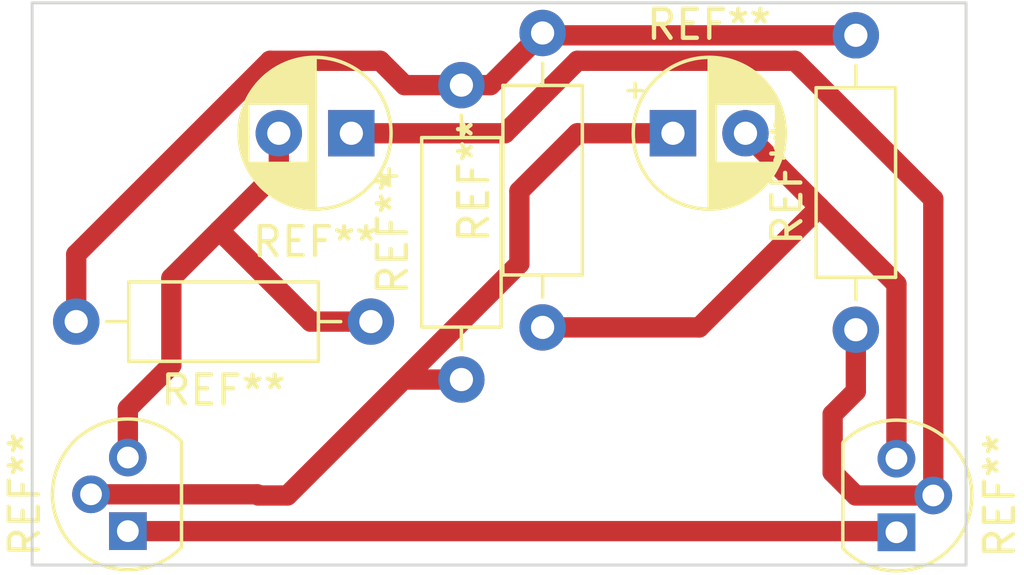
<source format=kicad_pcb>
(kicad_pcb (version 20211014) (generator pcbnew)
  (layers (0 "F.Cu" signal) (31 "B.Cu" signal) (34 "B.Paste" user) (35 "F.Paste" user) (36 "B.SilkS" user "B.Silkscreen") (37 "F.SilkS" user "F.Silkscreen") (38 "B.Mask" user) (39 "F.Mask" user) (44 "Edge.Cuts" user))
  (net 0 "")
  (footprint "Resistor_THT:R_Axial_DIN0207_L6.3mm_D2.5mm_P10.16mm_Horizontal" (layer "F.Cu") (at 144.88 78 180)
    (fp_text reference "REF**" (at 5.08 -2.37) (layer "F.SilkS"))
    (fp_text value "R_Axial_DIN0207_L6.3mm_D2.5mm_P10.16mm_Horizontal" hide)
    (fp_line (start 9.12 0) (end 8.35 0) (layer "F.SilkS") (width 0.12))
    (fp_line (start 1.04 0) (end 1.81 0) (layer "F.SilkS") (width 0.12))
    (fp_line (start 1.81 1.37) (end 8.35 1.37) (layer "F.SilkS") (width 0.12))
    (fp_line (start 1.81 -1.37) (end 1.81 1.37) (layer "F.SilkS") (width 0.12))
    (fp_line (start 8.35 -1.37) (end 1.81 -1.37) (layer "F.SilkS") (width 0.12))
    (fp_line (start 8.35 1.37) (end 8.35 -1.37) (layer "F.SilkS") (width 0.12))
    (pad "1" thru_hole circle (at 0 0 180) (size 1.6 1.6) (drill 0.8) (layers *.Cu *.Mask))
    (pad "2" thru_hole oval (at 10.16 0 180) (size 1.6 1.6) (drill 0.8) (layers *.Cu *.Mask))
  )
  (footprint "Resistor_THT:R_Axial_DIN0207_L6.3mm_D2.5mm_P10.16mm_Horizontal" (layer "F.Cu") (at 161.6 78.28 90)
    (fp_text reference "REF**" (at 5.08 -2.37 90) (layer "F.SilkS"))
    (fp_text value "R_Axial_DIN0207_L6.3mm_D2.5mm_P10.16mm_Horizontal" hide)
    (fp_line (start 9.12 0) (end 8.35 0) (layer "F.SilkS") (width 0.12))
    (fp_line (start 1.04 0) (end 1.81 0) (layer "F.SilkS") (width 0.12))
    (fp_line (start 1.81 1.37) (end 8.35 1.37) (layer "F.SilkS") (width 0.12))
    (fp_line (start 1.81 -1.37) (end 1.81 1.37) (layer "F.SilkS") (width 0.12))
    (fp_line (start 8.35 -1.37) (end 1.81 -1.37) (layer "F.SilkS") (width 0.12))
    (fp_line (start 8.35 1.37) (end 8.35 -1.37) (layer "F.SilkS") (width 0.12))
    (pad "1" thru_hole circle (at 0 0 90) (size 1.6 1.6) (drill 0.8) (layers *.Cu *.Mask))
    (pad "2" thru_hole oval (at 10.16 0 90) (size 1.6 1.6) (drill 0.8) (layers *.Cu *.Mask))
  )
  (footprint "Capacitor_THT:CP_Radial_D5.0mm_P2.50mm" (layer "F.Cu") (at 155.294888 71.5)
    (fp_text reference "REF**" (at 1.25 -3.75) (layer "F.SilkS"))
    (fp_text value "CP_Radial_D5.0mm_P2.50mm" hide)
    (fp_line (start 3.131 -1.785) (end 3.131 -1.04) (layer "F.SilkS") (width 0.12))
    (fp_line (start 1.57 1.04) (end 1.57 2.561) (layer "F.SilkS") (width 0.12))
    (fp_line (start 3.491 1.04) (end 3.491 1.319) (layer "F.SilkS") (width 0.12))
    (fp_line (start 1.971 -2.48) (end 1.971 -1.04) (layer "F.SilkS") (width 0.12))
    (fp_line (start 2.011 1.04) (end 2.011 2.468) (layer "F.SilkS") (width 0.12))
    (fp_line (start 2.691 -2.149) (end 2.691 -1.04) (layer "F.SilkS") (width 0.12))
    (fp_line (start 3.331 -1.554) (end 3.331 -1.04) (layer "F.SilkS") (width 0.12))
    (fp_line (start 2.971 -1.937) (end 2.971 -1.04) (layer "F.SilkS") (width 0.12))
    (fp_line (start 1.85 -2.511) (end 1.85 -1.04) (layer "F.SilkS") (width 0.12))
    (fp_line (start 3.211 -1.699) (end 3.211 -1.04) (layer "F.SilkS") (width 0.12))
    (fp_line (start 3.091 -1.826) (end 3.091 -1.04) (layer "F.SilkS") (width 0.12))
    (fp_line (start 1.73 1.04) (end 1.73 2.536) (layer "F.SilkS") (width 0.12))
    (fp_line (start 3.171 1.04) (end 3.171 1.743) (layer "F.SilkS") (width 0.12))
    (fp_line (start 2.411 1.04) (end 2.411 2.31) (layer "F.SilkS") (width 0.12))
    (fp_line (start 2.131 1.04) (end 2.131 2.428) (layer "F.SilkS") (width 0.12))
    (fp_line (start 3.531 -1.251) (end 3.531 -1.04) (layer "F.SilkS") (width 0.12))
    (fp_line (start 3.131 1.04) (end 3.131 1.785) (layer "F.SilkS") (width 0.12))
    (fp_line (start 1.93 1.04) (end 1.93 2.491) (layer "F.SilkS") (width 0.12))
    (fp_line (start 1.93 -2.491) (end 1.93 -1.04) (layer "F.SilkS") (width 0.12))
    (fp_line (start 2.091 1.04) (end 2.091 2.442) (layer "F.SilkS") (width 0.12))
    (fp_line (start 2.331 -2.348) (end 2.331 -1.04) (layer "F.SilkS") (width 0.12))
    (fp_line (start 2.651 1.04) (end 2.651 2.175) (layer "F.SilkS") (width 0.12))
    (fp_line (start 1.89 -2.501) (end 1.89 -1.04) (layer "F.SilkS") (width 0.12))
    (fp_line (start 1.73 -2.536) (end 1.73 -1.04) (layer "F.SilkS") (width 0.12))
    (fp_line (start 2.811 1.04) (end 2.811 2.065) (layer "F.SilkS") (width 0.12))
    (fp_line (start 2.251 1.04) (end 2.251 2.382) (layer "F.SilkS") (width 0.12))
    (fp_line (start 1.971 1.04) (end 1.971 2.48) (layer "F.SilkS") (width 0.12))
    (fp_line (start 3.011 1.04) (end 3.011 1.901) (layer "F.SilkS") (width 0.12))
    (fp_line (start -1.554775 -1.475) (end -1.054775 -1.475) (layer "F.SilkS") (width 0.12))
    (fp_line (start 1.25 -2.58) (end 1.25 2.58) (layer "F.SilkS") (width 0.12))
    (fp_line (start 1.57 -2.561) (end 1.57 -1.04) (layer "F.SilkS") (width 0.12))
    (fp_line (start 1.49 -2.569) (end 1.49 -1.04) (layer "F.SilkS") (width 0.12))
    (fp_line (start 2.491 -2.268) (end 2.491 -1.04) (layer "F.SilkS") (width 0.12))
    (fp_line (start 2.011 -2.468) (end 2.011 -1.04) (layer "F.SilkS") (width 0.12))
    (fp_line (start 1.81 -2.52) (end 1.81 -1.04) (layer "F.SilkS") (width 0.12))
    (fp_line (start -1.304775 -1.725) (end -1.304775 -1.225) (layer "F.SilkS") (width 0.12))
    (fp_line (start 3.451 1.04) (end 3.451 1.383) (layer "F.SilkS") (width 0.12))
    (fp_line (start 2.291 1.04) (end 2.291 2.365) (layer "F.SilkS") (width 0.12))
    (fp_line (start 3.411 -1.443) (end 3.411 -1.04) (layer "F.SilkS") (width 0.12))
    (fp_line (start 2.931 1.04) (end 2.931 1.971) (layer "F.SilkS") (width 0.12))
    (fp_line (start 3.691 -0.915) (end 3.691 0.915) (layer "F.SilkS") (width 0.12))
    (fp_line (start 2.371 -2.329) (end 2.371 -1.04) (layer "F.SilkS") (width 0.12))
    (fp_line (start 1.29 -2.58) (end 1.29 2.58) (layer "F.SilkS") (width 0.12))
    (fp_line (start 2.091 -2.442) (end 2.091 -1.04) (layer "F.SilkS") (width 0.12))
    (fp_line (start 3.331 1.04) (end 3.331 1.554) (layer "F.SilkS") (width 0.12))
    (fp_line (start 2.531 1.04) (end 2.531 2.247) (layer "F.SilkS") (width 0.12))
    (fp_line (start 3.171 -1.743) (end 3.171 -1.04) (layer "F.SilkS") (width 0.12))
    (fp_line (start 2.291 -2.365) (end 2.291 -1.04) (layer "F.SilkS") (width 0.12))
    (fp_line (start 2.891 1.04) (end 2.891 2.004) (layer "F.SilkS") (width 0.12))
    (fp_line (start 2.571 -2.224) (end 2.571 -1.04) (layer "F.SilkS") (width 0.12))
    (fp_line (start 2.171 -2.414) (end 2.171 -1.04) (layer "F.SilkS") (width 0.12))
    (fp_line (start 1.69 -2.543) (end 1.69 -1.04) (layer "F.SilkS") (width 0.12))
    (fp_line (start 3.731 -0.805) (end 3.731 0.805) (layer "F.SilkS") (width 0.12))
    (fp_line (start 3.051 1.04) (end 3.051 1.864) (layer "F.SilkS") (width 0.12))
    (fp_line (start 3.651 -1.011) (end 3.651 1.011) (layer "F.SilkS") (width 0.12))
    (fp_line (start 2.131 -2.428) (end 2.131 -1.04) (layer "F.SilkS") (width 0.12))
    (fp_line (start 3.571 -1.178) (end 3.571 1.178) (layer "F.SilkS") (width 0.12))
    (fp_line (start 2.731 -2.122) (end 2.731 -1.04) (layer "F.SilkS") (width 0.12))
    (fp_line (start 3.091 1.04) (end 3.091 1.826) (layer "F.SilkS") (width 0.12))
    (fp_line (start 2.531 -2.247) (end 2.531 -1.04) (layer "F.SilkS") (width 0.12))
    (fp_line (start 3.371 1.04) (end 3.371 1.5) (layer "F.SilkS") (width 0.12))
    (fp_line (start 3.531 1.04) (end 3.531 1.251) (layer "F.SilkS") (width 0.12))
    (fp_line (start 2.211 -2.398) (end 2.211 -1.04) (layer "F.SilkS") (width 0.12))
    (fp_line (start 1.49 1.04) (end 1.49 2.569) (layer "F.SilkS") (width 0.12))
    (fp_line (start 2.691 1.04) (end 2.691 2.149) (layer "F.SilkS") (width 0.12))
    (fp_line (start 2.731 1.04) (end 2.731 2.122) (layer "F.SilkS") (width 0.12))
    (fp_line (start 1.65 1.04) (end 1.65 2.55) (layer "F.SilkS") (width 0.12))
    (fp_line (start 2.371 1.04) (end 2.371 2.329) (layer "F.SilkS") (width 0.12))
    (fp_line (start 3.051 -1.864) (end 3.051 -1.04) (layer "F.SilkS") (width 0.12))
    (fp_line (start 1.89 1.04) (end 1.89 2.501) (layer "F.SilkS") (width 0.12))
    (fp_line (start 3.851 -0.284) (end 3.851 0.284) (layer "F.SilkS") (width 0.12))
    (fp_line (start 3.771 -0.677) (end 3.771 0.677) (layer "F.SilkS") (width 0.12))
    (fp_line (start 2.211 1.04) (end 2.211 2.398) (layer "F.SilkS") (width 0.12))
    (fp_line (start 2.611 1.04) (end 2.611 2.2) (layer "F.SilkS") (width 0.12))
    (fp_line (start 1.81 1.04) (end 1.81 2.52) (layer "F.SilkS") (width 0.12))
    (fp_line (start 2.851 1.04) (end 2.851 2.035) (layer "F.SilkS") (width 0.12))
    (fp_line (start 1.69 1.04) (end 1.69 2.543) (layer "F.SilkS") (width 0.12))
    (fp_line (start 2.331 1.04) (end 2.331 2.348) (layer "F.SilkS") (width 0.12))
    (fp_line (start 1.77 1.04) (end 1.77 2.528) (layer "F.SilkS") (width 0.12))
    (fp_line (start 2.851 -2.035) (end 2.851 -1.04) (layer "F.SilkS") (width 0.12))
    (fp_line (start 2.971 1.04) (end 2.971 1.937) (layer "F.SilkS") (width 0.12))
    (fp_line (start 3.251 -1.653) (end 3.251 -1.04) (layer "F.SilkS") (width 0.12))
    (fp_line (start 1.61 1.04) (end 1.61 2.556) (layer "F.SilkS") (width 0.12))
    (fp_line (start 2.771 -2.095) (end 2.771 -1.04) (layer "F.SilkS") (width 0.12))
    (fp_line (start 1.65 -2.55) (end 1.65 -1.04) (layer "F.SilkS") (width 0.12))
    (fp_line (start 3.451 -1.383) (end 3.451 -1.04) (layer "F.SilkS") (width 0.12))
    (fp_line (start 3.211 1.04) (end 3.211 1.699) (layer "F.SilkS") (width 0.12))
    (fp_line (start 1.41 -2.576) (end 1.41 2.576) (layer "F.SilkS") (width 0.12))
    (fp_line (start 1.61 -2.556) (end 1.61 -1.04) (layer "F.SilkS") (width 0.12))
    (fp_line (start 3.291 -1.605) (end 3.291 -1.04) (layer "F.SilkS") (width 0.12))
    (fp_line (start 2.931 -1.971) (end 2.931 -1.04) (layer "F.SilkS") (width 0.12))
    (fp_line (start 3.611 -1.098) (end 3.611 1.098) (layer "F.SilkS") (width 0.12))
    (fp_line (start 2.771 1.04) (end 2.771 2.095) (layer "F.SilkS") (width 0.12))
    (fp_line (start 3.251 1.04) (end 3.251 1.653) (layer "F.SilkS") (width 0.12))
    (fp_line (start 2.891 -2.004) (end 2.891 -1.04) (layer "F.SilkS") (width 0.12))
    (fp_line (start 2.051 1.04) (end 2.051 2.455) (layer "F.SilkS") (width 0.12))
    (fp_line (start 1.37 -2.578) (end 1.37 2.578) (layer "F.SilkS") (width 0.12))
    (fp_line (start 1.45 -2.573) (end 1.45 2.573) (layer "F.SilkS") (width 0.12))
    (fp_line (start 3.491 -1.319) (end 3.491 -1.04) (layer "F.SilkS") (width 0.12))
    (fp_line (start 2.811 -2.065) (end 2.811 -1.04) (layer "F.SilkS") (width 0.12))
    (fp_line (start 2.051 -2.455) (end 2.051 -1.04) (layer "F.SilkS") (width 0.12))
    (fp_line (start 2.451 1.04) (end 2.451 2.29) (layer "F.SilkS") (width 0.12))
    (fp_line (start 1.33 -2.579) (end 1.33 2.579) (layer "F.SilkS") (width 0.12))
    (fp_line (start 3.811 -0.518) (end 3.811 0.518) (layer "F.SilkS") (width 0.12))
    (fp_line (start 1.85 1.04) (end 1.85 2.511) (layer "F.SilkS") (width 0.12))
    (fp_line (start 3.411 1.04) (end 3.411 1.443) (layer "F.SilkS") (width 0.12))
    (fp_line (start 2.571 1.04) (end 2.571 2.224) (layer "F.SilkS") (width 0.12))
    (fp_line (start 1.77 -2.528) (end 1.77 -1.04) (layer "F.SilkS") (width 0.12))
    (fp_line (start 3.291 1.04) (end 3.291 1.605) (layer "F.SilkS") (width 0.12))
    (fp_line (start 1.53 -2.565) (end 1.53 -1.04) (layer "F.SilkS") (width 0.12))
    (fp_line (start 1.53 1.04) (end 1.53 2.565) (layer "F.SilkS") (width 0.12))
    (fp_line (start 2.491 1.04) (end 2.491 2.268) (layer "F.SilkS") (width 0.12))
    (fp_line (start 2.251 -2.382) (end 2.251 -1.04) (layer "F.SilkS") (width 0.12))
    (fp_line (start 2.171 1.04) (end 2.171 2.414) (layer "F.SilkS") (width 0.12))
    (fp_line (start 2.651 -2.175) (end 2.651 -1.04) (layer "F.SilkS") (width 0.12))
    (fp_line (start 2.451 -2.29) (end 2.451 -1.04) (layer "F.SilkS") (width 0.12))
    (fp_line (start 3.011 -1.901) (end 3.011 -1.04) (layer "F.SilkS") (width 0.12))
    (fp_line (start 3.371 -1.5) (end 3.371 -1.04) (layer "F.SilkS") (width 0.12))
    (fp_line (start 2.611 -2.2) (end 2.611 -1.04) (layer "F.SilkS") (width 0.12))
    (fp_line (start 2.411 -2.31) (end 2.411 -1.04) (layer "F.SilkS") (width 0.12))
    (fp_circle (center 1.25 0) (end 3.87 0) (layer "F.SilkS") (width 0.12) (fill none))
    (pad "1" thru_hole rect (at 0 0) (size 1.6 1.6) (drill 0.8) (layers *.Cu *.Mask))
    (pad "2" thru_hole circle (at 2.5 0) (size 1.6 1.6) (drill 0.8) (layers *.Cu *.Mask))
  )
  (footprint "Package_TO_SOT_THT:TO-92" (layer "F.Cu") (at 136.5 85.23 90)
    (fp_text reference "REF**" (at 1.27 -3.56 90) (layer "F.SilkS"))
    (fp_text value "TO-92")
    (fp_line (start -0.53 1.85) (end 3.07 1.85) (layer "F.SilkS") (width 0.12))
    (fp_arc (start 1.27 -2.6) (mid 3.672087 -0.994977) (end 3.108478 1.838478) (layer "F.SilkS") (width 0.12))
    (fp_arc (start -0.568478 1.838478) (mid -1.132087 -0.994977) (end 1.27 -2.6) (layer "F.SilkS") (width 0.12))
    (pad "1" thru_hole rect (at 0 0 90) (size 1.3 1.3) (drill 0.75) (layers *.Cu *.Mask))
    (pad "2" thru_hole circle (at 1.27 -1.27 90) (size 1.3 1.3) (drill 0.75) (layers *.Cu *.Mask))
    (pad "3" thru_hole circle (at 2.54 0 90) (size 1.3 1.3) (drill 0.75) (layers *.Cu *.Mask))
  )
  (footprint "Resistor_THT:R_Axial_DIN0207_L6.3mm_D2.5mm_P10.16mm_Horizontal" (layer "F.Cu") (at 148 80 90)
    (fp_text reference "REF**" (at 5.08 -2.37 90) (layer "F.SilkS"))
    (fp_text value "R_Axial_DIN0207_L6.3mm_D2.5mm_P10.16mm_Horizontal" hide)
    (fp_line (start 9.12 0) (end 8.35 0) (layer "F.SilkS") (width 0.12))
    (fp_line (start 1.04 0) (end 1.81 0) (layer "F.SilkS") (width 0.12))
    (fp_line (start 1.81 1.37) (end 8.35 1.37) (layer "F.SilkS") (width 0.12))
    (fp_line (start 1.81 -1.37) (end 1.81 1.37) (layer "F.SilkS") (width 0.12))
    (fp_line (start 8.35 -1.37) (end 1.81 -1.37) (layer "F.SilkS") (width 0.12))
    (fp_line (start 8.35 1.37) (end 8.35 -1.37) (layer "F.SilkS") (width 0.12))
    (pad "1" thru_hole circle (at 0 0 90) (size 1.6 1.6) (drill 0.8) (layers *.Cu *.Mask))
    (pad "2" thru_hole oval (at 10.16 0 90) (size 1.6 1.6) (drill 0.8) (layers *.Cu *.Mask))
  )
  (footprint "Resistor_THT:R_Axial_DIN0207_L6.3mm_D2.5mm_P10.16mm_Horizontal" (layer "F.Cu") (at 150.8 78.2 90)
    (fp_text reference "REF**" (at 5.08 -2.37 90) (layer "F.SilkS"))
    (fp_text value "R_Axial_DIN0207_L6.3mm_D2.5mm_P10.16mm_Horizontal" hide)
    (fp_line (start 9.12 0) (end 8.35 0) (layer "F.SilkS") (width 0.12))
    (fp_line (start 1.04 0) (end 1.81 0) (layer "F.SilkS") (width 0.12))
    (fp_line (start 1.81 1.37) (end 8.35 1.37) (layer "F.SilkS") (width 0.12))
    (fp_line (start 1.81 -1.37) (end 1.81 1.37) (layer "F.SilkS") (width 0.12))
    (fp_line (start 8.35 -1.37) (end 1.81 -1.37) (layer "F.SilkS") (width 0.12))
    (fp_line (start 8.35 1.37) (end 8.35 -1.37) (layer "F.SilkS") (width 0.12))
    (pad "1" thru_hole circle (at 0 0 90) (size 1.6 1.6) (drill 0.8) (layers *.Cu *.Mask))
    (pad "2" thru_hole oval (at 10.16 0 90) (size 1.6 1.6) (drill 0.8) (layers *.Cu *.Mask))
  )
  (footprint "Capacitor_THT:CP_Radial_D5.0mm_P2.50mm" (layer "F.Cu") (at 144.205113 71.5 180)
    (fp_text reference "REF**" (at 1.25 -3.75) (layer "F.SilkS"))
    (fp_text value "CP_Radial_D5.0mm_P2.50mm" hide)
    (fp_line (start 3.131 -1.785) (end 3.131 -1.04) (layer "F.SilkS") (width 0.12))
    (fp_line (start 1.57 1.04) (end 1.57 2.561) (layer "F.SilkS") (width 0.12))
    (fp_line (start 3.491 1.04) (end 3.491 1.319) (layer "F.SilkS") (width 0.12))
    (fp_line (start 1.971 -2.48) (end 1.971 -1.04) (layer "F.SilkS") (width 0.12))
    (fp_line (start 2.011 1.04) (end 2.011 2.468) (layer "F.SilkS") (width 0.12))
    (fp_line (start 2.691 -2.149) (end 2.691 -1.04) (layer "F.SilkS") (width 0.12))
    (fp_line (start 3.331 -1.554) (end 3.331 -1.04) (layer "F.SilkS") (width 0.12))
    (fp_line (start 2.971 -1.937) (end 2.971 -1.04) (layer "F.SilkS") (width 0.12))
    (fp_line (start 1.85 -2.511) (end 1.85 -1.04) (layer "F.SilkS") (width 0.12))
    (fp_line (start 3.211 -1.699) (end 3.211 -1.04) (layer "F.SilkS") (width 0.12))
    (fp_line (start 3.091 -1.826) (end 3.091 -1.04) (layer "F.SilkS") (width 0.12))
    (fp_line (start 1.73 1.04) (end 1.73 2.536) (layer "F.SilkS") (width 0.12))
    (fp_line (start 3.171 1.04) (end 3.171 1.743) (layer "F.SilkS") (width 0.12))
    (fp_line (start 2.411 1.04) (end 2.411 2.31) (layer "F.SilkS") (width 0.12))
    (fp_line (start 2.131 1.04) (end 2.131 2.428) (layer "F.SilkS") (width 0.12))
    (fp_line (start 3.531 -1.251) (end 3.531 -1.04) (layer "F.SilkS") (width 0.12))
    (fp_line (start 3.131 1.04) (end 3.131 1.785) (layer "F.SilkS") (width 0.12))
    (fp_line (start 1.93 1.04) (end 1.93 2.491) (layer "F.SilkS") (width 0.12))
    (fp_line (start 1.93 -2.491) (end 1.93 -1.04) (layer "F.SilkS") (width 0.12))
    (fp_line (start 2.091 1.04) (end 2.091 2.442) (layer "F.SilkS") (width 0.12))
    (fp_line (start 2.331 -2.348) (end 2.331 -1.04) (layer "F.SilkS") (width 0.12))
    (fp_line (start 2.651 1.04) (end 2.651 2.175) (layer "F.SilkS") (width 0.12))
    (fp_line (start 1.89 -2.501) (end 1.89 -1.04) (layer "F.SilkS") (width 0.12))
    (fp_line (start 1.73 -2.536) (end 1.73 -1.04) (layer "F.SilkS") (width 0.12))
    (fp_line (start 2.811 1.04) (end 2.811 2.065) (layer "F.SilkS") (width 0.12))
    (fp_line (start 2.251 1.04) (end 2.251 2.382) (layer "F.SilkS") (width 0.12))
    (fp_line (start 1.971 1.04) (end 1.971 2.48) (layer "F.SilkS") (width 0.12))
    (fp_line (start 3.011 1.04) (end 3.011 1.901) (layer "F.SilkS") (width 0.12))
    (fp_line (start -1.554775 -1.475) (end -1.054775 -1.475) (layer "F.SilkS") (width 0.12))
    (fp_line (start 1.25 -2.58) (end 1.25 2.58) (layer "F.SilkS") (width 0.12))
    (fp_line (start 1.57 -2.561) (end 1.57 -1.04) (layer "F.SilkS") (width 0.12))
    (fp_line (start 1.49 -2.569) (end 1.49 -1.04) (layer "F.SilkS") (width 0.12))
    (fp_line (start 2.491 -2.268) (end 2.491 -1.04) (layer "F.SilkS") (width 0.12))
    (fp_line (start 2.011 -2.468) (end 2.011 -1.04) (layer "F.SilkS") (width 0.12))
    (fp_line (start 1.81 -2.52) (end 1.81 -1.04) (layer "F.SilkS") (width 0.12))
    (fp_line (start -1.304775 -1.725) (end -1.304775 -1.225) (layer "F.SilkS") (width 0.12))
    (fp_line (start 3.451 1.04) (end 3.451 1.383) (layer "F.SilkS") (width 0.12))
    (fp_line (start 2.291 1.04) (end 2.291 2.365) (layer "F.SilkS") (width 0.12))
    (fp_line (start 3.411 -1.443) (end 3.411 -1.04) (layer "F.SilkS") (width 0.12))
    (fp_line (start 2.931 1.04) (end 2.931 1.971) (layer "F.SilkS") (width 0.12))
    (fp_line (start 3.691 -0.915) (end 3.691 0.915) (layer "F.SilkS") (width 0.12))
    (fp_line (start 2.371 -2.329) (end 2.371 -1.04) (layer "F.SilkS") (width 0.12))
    (fp_line (start 1.29 -2.58) (end 1.29 2.58) (layer "F.SilkS") (width 0.12))
    (fp_line (start 2.091 -2.442) (end 2.091 -1.04) (layer "F.SilkS") (width 0.12))
    (fp_line (start 3.331 1.04) (end 3.331 1.554) (layer "F.SilkS") (width 0.12))
    (fp_line (start 2.531 1.04) (end 2.531 2.247) (layer "F.SilkS") (width 0.12))
    (fp_line (start 3.171 -1.743) (end 3.171 -1.04) (layer "F.SilkS") (width 0.12))
    (fp_line (start 2.291 -2.365) (end 2.291 -1.04) (layer "F.SilkS") (width 0.12))
    (fp_line (start 2.891 1.04) (end 2.891 2.004) (layer "F.SilkS") (width 0.12))
    (fp_line (start 2.571 -2.224) (end 2.571 -1.04) (layer "F.SilkS") (width 0.12))
    (fp_line (start 2.171 -2.414) (end 2.171 -1.04) (layer "F.SilkS") (width 0.12))
    (fp_line (start 1.69 -2.543) (end 1.69 -1.04) (layer "F.SilkS") (width 0.12))
    (fp_line (start 3.731 -0.805) (end 3.731 0.805) (layer "F.SilkS") (width 0.12))
    (fp_line (start 3.051 1.04) (end 3.051 1.864) (layer "F.SilkS") (width 0.12))
    (fp_line (start 3.651 -1.011) (end 3.651 1.011) (layer "F.SilkS") (width 0.12))
    (fp_line (start 2.131 -2.428) (end 2.131 -1.04) (layer "F.SilkS") (width 0.12))
    (fp_line (start 3.571 -1.178) (end 3.571 1.178) (layer "F.SilkS") (width 0.12))
    (fp_line (start 2.731 -2.122) (end 2.731 -1.04) (layer "F.SilkS") (width 0.12))
    (fp_line (start 3.091 1.04) (end 3.091 1.826) (layer "F.SilkS") (width 0.12))
    (fp_line (start 2.531 -2.247) (end 2.531 -1.04) (layer "F.SilkS") (width 0.12))
    (fp_line (start 3.371 1.04) (end 3.371 1.5) (layer "F.SilkS") (width 0.12))
    (fp_line (start 3.531 1.04) (end 3.531 1.251) (layer "F.SilkS") (width 0.12))
    (fp_line (start 2.211 -2.398) (end 2.211 -1.04) (layer "F.SilkS") (width 0.12))
    (fp_line (start 1.49 1.04) (end 1.49 2.569) (layer "F.SilkS") (width 0.12))
    (fp_line (start 2.691 1.04) (end 2.691 2.149) (layer "F.SilkS") (width 0.12))
    (fp_line (start 2.731 1.04) (end 2.731 2.122) (layer "F.SilkS") (width 0.12))
    (fp_line (start 1.65 1.04) (end 1.65 2.55) (layer "F.SilkS") (width 0.12))
    (fp_line (start 2.371 1.04) (end 2.371 2.329) (layer "F.SilkS") (width 0.12))
    (fp_line (start 3.051 -1.864) (end 3.051 -1.04) (layer "F.SilkS") (width 0.12))
    (fp_line (start 1.89 1.04) (end 1.89 2.501) (layer "F.SilkS") (width 0.12))
    (fp_line (start 3.851 -0.284) (end 3.851 0.284) (layer "F.SilkS") (width 0.12))
    (fp_line (start 3.771 -0.677) (end 3.771 0.677) (layer "F.SilkS") (width 0.12))
    (fp_line (start 2.211 1.04) (end 2.211 2.398) (layer "F.SilkS") (width 0.12))
    (fp_line (start 2.611 1.04) (end 2.611 2.2) (layer "F.SilkS") (width 0.12))
    (fp_line (start 1.81 1.04) (end 1.81 2.52) (layer "F.SilkS") (width 0.12))
    (fp_line (start 2.851 1.04) (end 2.851 2.035) (layer "F.SilkS") (width 0.12))
    (fp_line (start 1.69 1.04) (end 1.69 2.543) (layer "F.SilkS") (width 0.12))
    (fp_line (start 2.331 1.04) (end 2.331 2.348) (layer "F.SilkS") (width 0.12))
    (fp_line (start 1.77 1.04) (end 1.77 2.528) (layer "F.SilkS") (width 0.12))
    (fp_line (start 2.851 -2.035) (end 2.851 -1.04) (layer "F.SilkS") (width 0.12))
    (fp_line (start 2.971 1.04) (end 2.971 1.937) (layer "F.SilkS") (width 0.12))
    (fp_line (start 3.251 -1.653) (end 3.251 -1.04) (layer "F.SilkS") (width 0.12))
    (fp_line (start 1.61 1.04) (end 1.61 2.556) (layer "F.SilkS") (width 0.12))
    (fp_line (start 2.771 -2.095) (end 2.771 -1.04) (layer "F.SilkS") (width 0.12))
    (fp_line (start 1.65 -2.55) (end 1.65 -1.04) (layer "F.SilkS") (width 0.12))
    (fp_line (start 3.451 -1.383) (end 3.451 -1.04) (layer "F.SilkS") (width 0.12))
    (fp_line (start 3.211 1.04) (end 3.211 1.699) (layer "F.SilkS") (width 0.12))
    (fp_line (start 1.41 -2.576) (end 1.41 2.576) (layer "F.SilkS") (width 0.12))
    (fp_line (start 1.61 -2.556) (end 1.61 -1.04) (layer "F.SilkS") (width 0.12))
    (fp_line (start 3.291 -1.605) (end 3.291 -1.04) (layer "F.SilkS") (width 0.12))
    (fp_line (start 2.931 -1.971) (end 2.931 -1.04) (layer "F.SilkS") (width 0.12))
    (fp_line (start 3.611 -1.098) (end 3.611 1.098) (layer "F.SilkS") (width 0.12))
    (fp_line (start 2.771 1.04) (end 2.771 2.095) (layer "F.SilkS") (width 0.12))
    (fp_line (start 3.251 1.04) (end 3.251 1.653) (layer "F.SilkS") (width 0.12))
    (fp_line (start 2.891 -2.004) (end 2.891 -1.04) (layer "F.SilkS") (width 0.12))
    (fp_line (start 2.051 1.04) (end 2.051 2.455) (layer "F.SilkS") (width 0.12))
    (fp_line (start 1.37 -2.578) (end 1.37 2.578) (layer "F.SilkS") (width 0.12))
    (fp_line (start 1.45 -2.573) (end 1.45 2.573) (layer "F.SilkS") (width 0.12))
    (fp_line (start 3.491 -1.319) (end 3.491 -1.04) (layer "F.SilkS") (width 0.12))
    (fp_line (start 2.811 -2.065) (end 2.811 -1.04) (layer "F.SilkS") (width 0.12))
    (fp_line (start 2.051 -2.455) (end 2.051 -1.04) (layer "F.SilkS") (width 0.12))
    (fp_line (start 2.451 1.04) (end 2.451 2.29) (layer "F.SilkS") (width 0.12))
    (fp_line (start 1.33 -2.579) (end 1.33 2.579) (layer "F.SilkS") (width 0.12))
    (fp_line (start 3.811 -0.518) (end 3.811 0.518) (layer "F.SilkS") (width 0.12))
    (fp_line (start 1.85 1.04) (end 1.85 2.511) (layer "F.SilkS") (width 0.12))
    (fp_line (start 3.411 1.04) (end 3.411 1.443) (layer "F.SilkS") (width 0.12))
    (fp_line (start 2.571 1.04) (end 2.571 2.224) (layer "F.SilkS") (width 0.12))
    (fp_line (start 1.77 -2.528) (end 1.77 -1.04) (layer "F.SilkS") (width 0.12))
    (fp_line (start 3.291 1.04) (end 3.291 1.605) (layer "F.SilkS") (width 0.12))
    (fp_line (start 1.53 -2.565) (end 1.53 -1.04) (layer "F.SilkS") (width 0.12))
    (fp_line (start 1.53 1.04) (end 1.53 2.565) (layer "F.SilkS") (width 0.12))
    (fp_line (start 2.491 1.04) (end 2.491 2.268) (layer "F.SilkS") (width 0.12))
    (fp_line (start 2.251 -2.382) (end 2.251 -1.04) (layer "F.SilkS") (width 0.12))
    (fp_line (start 2.171 1.04) (end 2.171 2.414) (layer "F.SilkS") (width 0.12))
    (fp_line (start 2.651 -2.175) (end 2.651 -1.04) (layer "F.SilkS") (width 0.12))
    (fp_line (start 2.451 -2.29) (end 2.451 -1.04) (layer "F.SilkS") (width 0.12))
    (fp_line (start 3.011 -1.901) (end 3.011 -1.04) (layer "F.SilkS") (width 0.12))
    (fp_line (start 3.371 -1.5) (end 3.371 -1.04) (layer "F.SilkS") (width 0.12))
    (fp_line (start 2.611 -2.2) (end 2.611 -1.04) (layer "F.SilkS") (width 0.12))
    (fp_line (start 2.411 -2.31) (end 2.411 -1.04) (layer "F.SilkS") (width 0.12))
    (fp_circle (center 1.25 0) (end 3.87 0) (layer "F.SilkS") (width 0.12) (fill none))
    (pad "1" thru_hole rect (at 0 0 180) (size 1.6 1.6) (drill 0.8) (layers *.Cu *.Mask))
    (pad "2" thru_hole circle (at 2.5 0 180) (size 1.6 1.6) (drill 0.8) (layers *.Cu *.Mask))
  )
  (footprint "Package_TO_SOT_THT:TO-92" (layer "F.Cu") (at 163 82.73 -90)
    (fp_text reference "REF**" (at 1.27 -3.56 90) (layer "F.SilkS"))
    (fp_text value "TO-92")
    (fp_line (start -0.53 1.85) (end 3.07 1.85) (layer "F.SilkS") (width 0.12))
    (fp_arc (start 1.27 -2.6) (mid 3.672087 -0.994977) (end 3.108478 1.838478) (layer "F.SilkS") (width 0.12))
    (fp_arc (start -0.568478 1.838478) (mid -1.132087 -0.994977) (end 1.27 -2.6) (layer "F.SilkS") (width 0.12))
    (pad "1" thru_hole circle (at 0 0 270) (size 1.3 1.3) (drill 0.75) (layers *.Cu *.Mask))
    (pad "2" thru_hole circle (at 1.27 -1.27 270) (size 1.3 1.3) (drill 0.75) (layers *.Cu *.Mask))
    (pad "3" thru_hole rect (at 2.54 0 270) (size 1.3 1.3) (drill 0.75) (layers *.Cu *.Mask))
  )
  (gr_line (start 133.2 86.4) (end 165.4 86.4) (layer "Edge.Cuts") (width 0.1))
  (gr_line (start 165.4 67) (end 133.2 67) (layer "Edge.Cuts") (width 0.1))
  (gr_line (start 133.2 67) (end 133.2 86.4) (layer "Edge.Cuts") (width 0.1))
  (gr_line (start 165.4 86.4) (end 165.4 67) (layer "Edge.Cuts") (width 0.1))
  (segment (start 148 69.84) (end 149 69.84) (width 0.7) (layer "F.Cu") (net 0))
  (segment (start 145.2 69) (end 146.04 69.84) (width 0.7) (layer "F.Cu") (net 0))
  (segment (start 138 79.5) (end 136.5 81) (width 0.7) (layer "F.Cu") (net 0))
  (segment (start 141.4 69) (end 145.2 69) (width 0.7) (layer "F.Cu") (net 0))
  (segment (start 146 80) (end 150 76) (width 0.7) (layer "F.Cu") (net 0))
  (segment (start 136.5 81) (end 136.5 82.69) (width 0.7) (layer "F.Cu") (net 0))
  (segment (start 161.6 84) (end 164.27 84) (width 0.7) (layer "F.Cu") (net 0))
  (segment (start 162.96 85.23) (end 163 85.27) (width 0.7) (layer "F.Cu") (net 0))
  (segment (start 164.27 73.77) (end 164.27 84) (width 0.7) (layer "F.Cu") (net 0))
  (segment (start 150.8 78.2) (end 156.2 78.2) (width 0.7) (layer "F.Cu") (net 0))
  (segment (start 156.2 78.2) (end 160.347444 74.052556) (width 0.7) (layer "F.Cu") (net 0))
  (segment (start 150.88 68.12) (end 150.8 68.04) (width 0.7) (layer "F.Cu") (net 0))
  (segment (start 134.72 75.68) (end 141.4 69) (width 0.7) (layer "F.Cu") (net 0))
  (segment (start 140.96 83.96) (end 141 84) (width 0.7) (layer "F.Cu") (net 0))
  (segment (start 144.88 78) (end 142.8 78) (width 0.7) (layer "F.Cu") (net 0))
  (segment (start 152 71.5) (end 155.294888 71.5) (width 0.7) (layer "F.Cu") (net 0))
  (segment (start 142.8 78) (end 139.65 74.85) (width 0.7) (layer "F.Cu") (net 0))
  (segment (start 161.6 80.4) (end 160.8 81.2) (width 0.7) (layer "F.Cu") (net 0))
  (segment (start 141.705113 71.5) (end 141.705113 72.794887) (width 0.7) (layer "F.Cu") (net 0))
  (segment (start 160.8 81.2) (end 160.8 83.2) (width 0.7) (layer "F.Cu") (net 0))
  (segment (start 163 76.705112) (end 160.347444 74.052556) (width 0.7) (layer "F.Cu") (net 0))
  (segment (start 161.6 78.28) (end 161.6 80.4) (width 0.7) (layer "F.Cu") (net 0))
  (segment (start 160.8 83.2) (end 161.6 84) (width 0.7) (layer "F.Cu") (net 0))
  (segment (start 152 69) (end 159.5 69) (width 0.7) (layer "F.Cu") (net 0))
  (segment (start 160.347444 74.052556) (end 157.794888 71.5) (width 0.7) (layer "F.Cu") (net 0))
  (segment (start 141 84) (end 142 84) (width 0.7) (layer "F.Cu") (net 0))
  (segment (start 144.205113 71.5) (end 149.5 71.5) (width 0.7) (layer "F.Cu") (net 0))
  (segment (start 150 73.5) (end 152 71.5) (width 0.7) (layer "F.Cu") (net 0))
  (segment (start 150 76) (end 150 73.5) (width 0.7) (layer "F.Cu") (net 0))
  (segment (start 136.5 85.23) (end 162.96 85.23) (width 0.7) (layer "F.Cu") (net 0))
  (segment (start 146.04 69.84) (end 148 69.84) (width 0.7) (layer "F.Cu") (net 0))
  (segment (start 142 84) (end 146 80) (width 0.7) (layer "F.Cu") (net 0))
  (segment (start 163 82.73) (end 163 76.705112) (width 0.7) (layer "F.Cu") (net 0))
  (segment (start 141.705113 72.794887) (end 139.65 74.85) (width 0.7) (layer "F.Cu") (net 0))
  (segment (start 149 69.84) (end 150.8 68.04) (width 0.7) (layer "F.Cu") (net 0))
  (segment (start 149.5 71.5) (end 152 69) (width 0.7) (layer "F.Cu") (net 0))
  (segment (start 159.5 69) (end 164.27 73.77) (width 0.7) (layer "F.Cu") (net 0))
  (segment (start 134.72 78) (end 134.72 75.68) (width 0.7) (layer "F.Cu") (net 0))
  (segment (start 139.65 74.85) (end 138 76.5) (width 0.7) (layer "F.Cu") (net 0))
  (segment (start 161.6 68.12) (end 150.88 68.12) (width 0.7) (layer "F.Cu") (net 0))
  (segment (start 135.23 83.96) (end 140.96 83.96) (width 0.7) (layer "F.Cu") (net 0))
  (segment (start 148 80) (end 146 80) (width 0.7) (layer "F.Cu") (net 0))
  (segment (start 138 76.5) (end 138 79.5) (width 0.7) (layer "F.Cu") (net 0))
)
</source>
